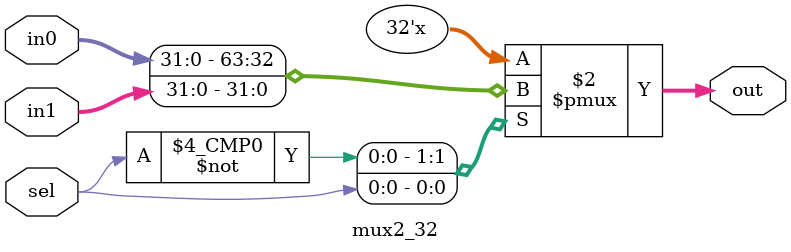
<source format=v>
`timescale 1ns / 1ps

module mux2_32 (
    input wire [31:0] in0,
    input wire [31:0] in1,
    input wire sel,
    output reg [31:0] out
);

    // Always block to determine output based on select signal
    always @(*) begin
        case (sel)
            1'b0: out = in0;  
            1'b1: out = in1;  
            default: out = 32'b0;
        endcase
    end

endmodule


</source>
